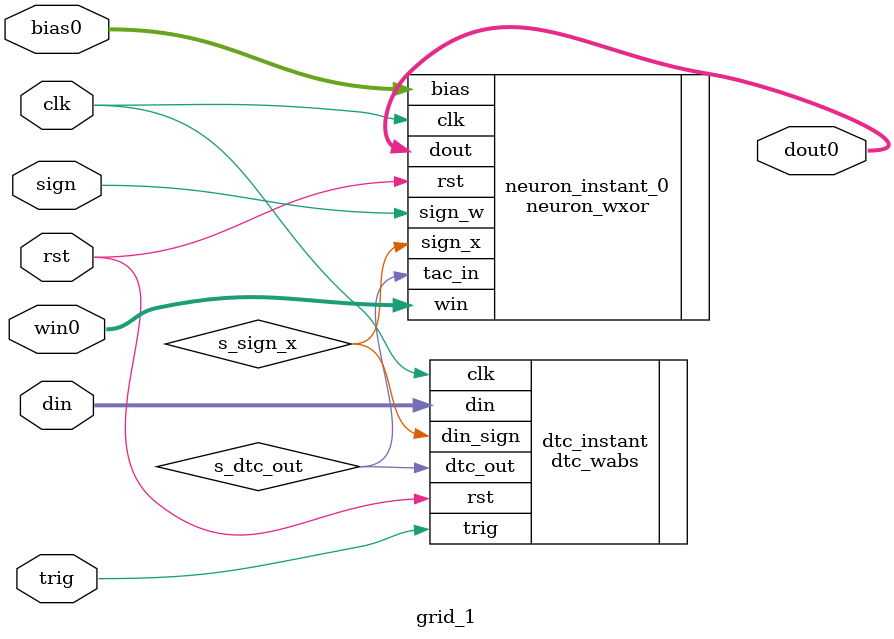
<source format=v>
module grid_1 (
    input [7:0] din,
    input sign,  // Single 8-bit vector
    input [7:0] win0,  // Individual inputs for win
    input [7:0] bias0,  // Individual inputs for bias
    output [7:0] dout0,  // Individual outputs
    input trig,
    input clk,
    input rst
);

    wire s_dtc_out;
    wire s_sign_x;

    // Instantiate dtc_wabs
    dtc_wabs dtc_instant (
        .din(din),
        .dtc_out(s_dtc_out),
        .din_sign(s_sign_x),
        .trig(trig),
        .clk(clk),
        .rst(rst)
    );

    // Instantiate neuron_wxor for each of the 8 instances, passing individual signals
    neuron_wxor neuron_instant_0 (
        .tac_in(s_dtc_out),
        .sign_x(s_sign_x),
        .sign_w(sign),  // LSB of sign vector
        .win(win0),
        .bias(bias0),
        .dout(dout0),
        .clk(clk),
        .rst(rst)
    );

endmodule

</source>
